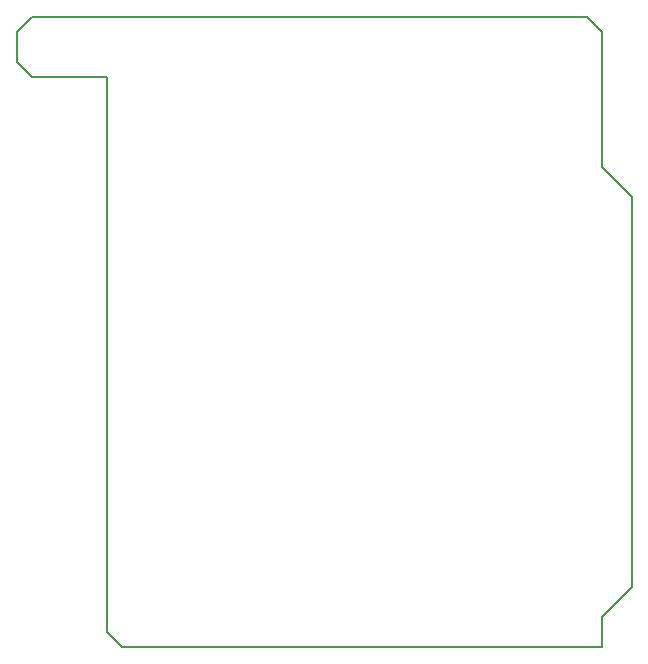
<source format=gbr>
G04 #@! TF.GenerationSoftware,KiCad,Pcbnew,5.0.2-bee76a0~70~ubuntu18.04.1*
G04 #@! TF.CreationDate,2019-01-17T16:48:38+08:00*
G04 #@! TF.ProjectId,inAir9B Shield,696e4169-7239-4422-9053-6869656c642e,rev?*
G04 #@! TF.SameCoordinates,Original*
G04 #@! TF.FileFunction,Profile,NP*
%FSLAX46Y46*%
G04 Gerber Fmt 4.6, Leading zero omitted, Abs format (unit mm)*
G04 Created by KiCad (PCBNEW 5.0.2-bee76a0~70~ubuntu18.04.1) date Thu Jan 17 16:48:38 2019*
%MOMM*%
%LPD*%
G01*
G04 APERTURE LIST*
%ADD10C,0.200000*%
G04 APERTURE END LIST*
D10*
X160020000Y-63500000D02*
X113030000Y-63500000D01*
X161290000Y-64770000D02*
X160020000Y-63500000D01*
X161290000Y-76200000D02*
X161290000Y-64770000D01*
X163830000Y-78740000D02*
X161290000Y-76200000D01*
X163830000Y-111760000D02*
X163830000Y-78740000D01*
X161290000Y-114300000D02*
X163830000Y-111760000D01*
X161290000Y-116840000D02*
X161290000Y-114300000D01*
X120650000Y-116840000D02*
X161290000Y-116840000D01*
X119380000Y-115570000D02*
X120650000Y-116840000D01*
X119380000Y-68580000D02*
X119380000Y-115570000D01*
X113030000Y-68580000D02*
X119380000Y-68580000D01*
X111760000Y-67310000D02*
X113030000Y-68580000D01*
X111760000Y-64770000D02*
X111760000Y-67310000D01*
X113030000Y-63500000D02*
X111760000Y-64770000D01*
M02*

</source>
